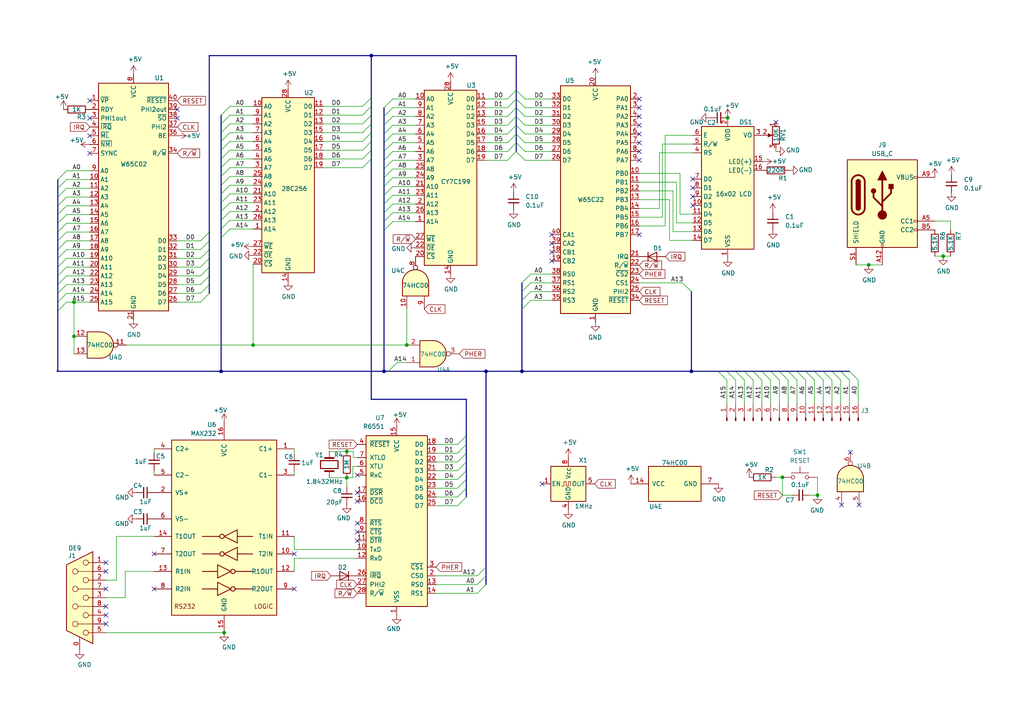
<source format=kicad_sch>
(kicad_sch (version 20230121) (generator eeschema)
  (paper "A4")
  (junction (at 117.983 100.076))
  (junction (at 21.463 87.63))
  (junction (at 200.533 107.696))
  (junction (at 273.558 74.295))
  (junction (at 100.584 138.557))
  (junction (at 251.968 76.835))
  (junction (at 151.384 107.696))
  (junction (at 237.109 143.637))
  (junction (at 73.406 100.076))
  (junction (at 21.463 97.536))
  (junction (at 111.379 107.696))
  (junction (at 226.949 138.43))
  (junction (at 100.584 130.937))
  (junction (at 140.97 107.696))
  (junction (at 211.074 34.163))
  (junction (at 64.135 107.696))
  (junction (at 107.696 16.129))
  (junction (at 65.024 183.515))
  (no_connect (at 160.02 68.072))
  (no_connect (at 51.435 31.75))
  (no_connect (at 185.42 31.242))
  (no_connect (at 26.035 44.45))
  (no_connect (at 200.914 51.943))
  (no_connect (at 200.914 57.023))
  (no_connect (at 249.174 146.431))
  (no_connect (at 103.632 151.765))
  (no_connect (at 30.734 163.195))
  (no_connect (at 44.704 170.815))
  (no_connect (at 26.035 39.37))
  (no_connect (at 160.02 75.692))
  (no_connect (at 30.734 175.895))
  (no_connect (at 157.226 140.335))
  (no_connect (at 160.02 73.152))
  (no_connect (at 160.02 70.612))
  (no_connect (at 185.42 36.322))
  (no_connect (at 244.094 146.431))
  (no_connect (at 85.344 170.815))
  (no_connect (at 30.734 170.815))
  (no_connect (at 26.035 29.21))
  (no_connect (at 200.914 59.563))
  (no_connect (at 103.632 156.845))
  (no_connect (at 30.734 178.435))
  (no_connect (at 225.044 35.433))
  (no_connect (at 103.632 142.875))
  (no_connect (at 103.632 154.305))
  (no_connect (at 30.734 180.975))
  (no_connect (at 185.42 38.862))
  (no_connect (at 185.42 46.482))
  (no_connect (at 185.42 33.782))
  (no_connect (at 51.435 34.29))
  (no_connect (at 30.734 165.735))
  (no_connect (at 103.632 145.415))
  (no_connect (at 246.634 131.191))
  (no_connect (at 26.035 34.29))
  (no_connect (at 85.344 160.655))
  (no_connect (at 44.704 160.655))
  (no_connect (at 103.632 137.795))
  (no_connect (at 185.42 43.942))
  (no_connect (at 185.42 28.702))
  (no_connect (at 185.42 68.072))
  (no_connect (at 185.42 41.402))
  (no_connect (at 200.914 54.483))
  (bus_entry (at 111.379 51.562) (size 2.54 -2.54))
  (bus_entry (at 112.649 107.696) (size 2.54 -2.54))
  (bus_entry (at 149.733 41.402) (size 2.54 2.54))
  (bus_entry (at 16.764 62.23) (size 2.54 -2.54))
  (bus_entry (at 16.764 80.01) (size 2.54 -2.54))
  (bus_entry (at 16.764 77.47) (size 2.54 -2.54))
  (bus_entry (at 140.97 164.465) (size -2.54 2.54))
  (bus_entry (at 107.696 38.481) (size -2.54 2.54))
  (bus_entry (at 107.696 33.401) (size -2.54 2.54))
  (bus_entry (at 135.255 144.145) (size -2.54 2.54))
  (bus_entry (at 111.379 36.322) (size 2.54 -2.54))
  (bus_entry (at 64.135 66.421) (size 2.54 -2.54))
  (bus_entry (at 231.14 107.696) (size 2.54 2.54))
  (bus_entry (at 16.764 59.69) (size 2.54 -2.54))
  (bus_entry (at 60.706 74.93) (size -2.54 2.54))
  (bus_entry (at 151.384 89.662) (size 2.54 -2.54))
  (bus_entry (at 64.135 63.881) (size 2.54 -2.54))
  (bus_entry (at 140.97 169.545) (size -2.54 2.54))
  (bus_entry (at 111.379 56.642) (size 2.54 -2.54))
  (bus_entry (at 111.379 46.482) (size 2.54 -2.54))
  (bus_entry (at 60.706 77.47) (size -2.54 2.54))
  (bus_entry (at 135.255 133.985) (size -2.54 2.54))
  (bus_entry (at 151.384 87.122) (size 2.54 -2.54))
  (bus_entry (at 107.696 46.101) (size -2.54 2.54))
  (bus_entry (at 107.696 30.861) (size -2.54 2.54))
  (bus_entry (at 149.733 36.322) (size -2.54 2.54))
  (bus_entry (at 16.764 72.39) (size 2.54 -2.54))
  (bus_entry (at 149.733 33.782) (size -2.54 2.54))
  (bus_entry (at 220.98 107.696) (size 2.54 2.54))
  (bus_entry (at 149.733 28.702) (size -2.54 2.54))
  (bus_entry (at 151.384 84.582) (size 2.54 -2.54))
  (bus_entry (at 64.135 58.801) (size 2.54 -2.54))
  (bus_entry (at 135.255 141.605) (size -2.54 2.54))
  (bus_entry (at 140.97 167.005) (size -2.54 2.54))
  (bus_entry (at 64.135 41.021) (size 2.54 -2.54))
  (bus_entry (at 64.135 53.721) (size 2.54 -2.54))
  (bus_entry (at 64.135 56.261) (size 2.54 -2.54))
  (bus_entry (at 149.733 43.942) (size -2.54 2.54))
  (bus_entry (at 64.135 51.181) (size 2.54 -2.54))
  (bus_entry (at 149.733 38.862) (size -2.54 2.54))
  (bus_entry (at 215.9 107.696) (size 2.54 2.54))
  (bus_entry (at 149.733 28.702) (size 2.54 2.54))
  (bus_entry (at 16.764 87.63) (size 2.54 -2.54))
  (bus_entry (at 16.764 67.31) (size 2.54 -2.54))
  (bus_entry (at 107.696 35.941) (size -2.54 2.54))
  (bus_entry (at 111.379 61.722) (size 2.54 -2.54))
  (bus_entry (at 111.379 41.402) (size 2.54 -2.54))
  (bus_entry (at 16.764 54.61) (size 2.54 -2.54))
  (bus_entry (at 149.733 41.402) (size -2.54 2.54))
  (bus_entry (at 107.696 28.321) (size -2.54 2.54))
  (bus_entry (at 16.764 82.55) (size 2.54 -2.54))
  (bus_entry (at 135.255 126.365) (size -2.54 2.54))
  (bus_entry (at 107.696 43.561) (size -2.54 2.54))
  (bus_entry (at 16.764 57.15) (size 2.54 -2.54))
  (bus_entry (at 111.379 66.802) (size 2.54 -2.54))
  (bus_entry (at 60.706 67.31) (size -2.54 2.54))
  (bus_entry (at 210.82 107.696) (size 2.54 2.54))
  (bus_entry (at 135.255 128.905) (size -2.54 2.54))
  (bus_entry (at 111.379 54.102) (size 2.54 -2.54))
  (bus_entry (at 135.255 136.525) (size -2.54 2.54))
  (bus_entry (at 111.379 64.262) (size 2.54 -2.54))
  (bus_entry (at 64.135 46.101) (size 2.54 -2.54))
  (bus_entry (at 213.36 107.696) (size 2.54 2.54))
  (bus_entry (at 149.733 26.162) (size 2.54 2.54))
  (bus_entry (at 228.6 107.696) (size 2.54 2.54))
  (bus_entry (at 238.76 107.696) (size 2.54 2.54))
  (bus_entry (at 223.52 107.696) (size 2.54 2.54))
  (bus_entry (at 149.733 33.782) (size 2.54 2.54))
  (bus_entry (at 151.384 82.042) (size 2.54 -2.54))
  (bus_entry (at 64.135 61.341) (size 2.54 -2.54))
  (bus_entry (at 64.135 33.401) (size 2.54 -2.54))
  (bus_entry (at 200.533 84.582) (size -2.54 -2.54))
  (bus_entry (at 16.764 90.17) (size 2.54 -2.54))
  (bus_entry (at 243.84 107.696) (size 2.54 2.54))
  (bus_entry (at 16.764 64.77) (size 2.54 -2.54))
  (bus_entry (at 111.379 31.242) (size 2.54 -2.54))
  (bus_entry (at 111.379 38.862) (size 2.54 -2.54))
  (bus_entry (at 149.733 43.942) (size 2.54 2.54))
  (bus_entry (at 60.706 80.01) (size -2.54 2.54))
  (bus_entry (at 246.38 107.696) (size 2.54 2.54))
  (bus_entry (at 208.28 107.696) (size 2.54 2.54))
  (bus_entry (at 233.68 107.696) (size 2.54 2.54))
  (bus_entry (at 111.379 33.782) (size 2.54 -2.54))
  (bus_entry (at 16.764 52.07) (size 2.54 -2.54))
  (bus_entry (at 111.379 59.182) (size 2.54 -2.54))
  (bus_entry (at 16.764 74.93) (size 2.54 -2.54))
  (bus_entry (at 149.733 31.242) (size -2.54 2.54))
  (bus_entry (at 111.379 49.022) (size 2.54 -2.54))
  (bus_entry (at 60.706 82.55) (size -2.54 2.54))
  (bus_entry (at 149.733 26.162) (size -2.54 2.54))
  (bus_entry (at 64.135 38.481) (size 2.54 -2.54))
  (bus_entry (at 107.696 41.021) (size -2.54 2.54))
  (bus_entry (at 236.22 107.696) (size 2.54 2.54))
  (bus_entry (at 16.764 69.85) (size 2.54 -2.54))
  (bus_entry (at 16.764 85.09) (size 2.54 -2.54))
  (bus_entry (at 149.733 36.322) (size 2.54 2.54))
  (bus_entry (at 135.255 139.065) (size -2.54 2.54))
  (bus_entry (at 60.706 85.09) (size -2.54 2.54))
  (bus_entry (at 64.135 48.641) (size 2.54 -2.54))
  (bus_entry (at 64.135 68.961) (size 2.54 -2.54))
  (bus_entry (at 60.706 69.85) (size -2.54 2.54))
  (bus_entry (at 218.44 107.696) (size 2.54 2.54))
  (bus_entry (at 135.255 131.445) (size -2.54 2.54))
  (bus_entry (at 226.06 107.696) (size 2.54 2.54))
  (bus_entry (at 60.706 72.39) (size -2.54 2.54))
  (bus_entry (at 64.135 35.941) (size 2.54 -2.54))
  (bus_entry (at 241.3 107.696) (size 2.54 2.54))
  (bus_entry (at 111.379 43.942) (size 2.54 -2.54))
  (bus_entry (at 149.733 31.242) (size 2.54 2.54))
  (bus_entry (at 149.733 38.862) (size 2.54 2.54))
  (bus_entry (at 64.135 43.561) (size 2.54 -2.54))
  (wire (pts (xy 200.914 67.183) (xy 195.199 67.183)))
  (wire (pts (xy 73.406 76.581) (xy 73.406 100.076)))
  (bus (pts (xy 111.379 51.562) (xy 111.379 49.022)))
  (wire (pts (xy 36.322 165.735) (xy 36.322 173.355)))
  (bus (pts (xy 16.764 57.15) (xy 16.764 54.61)))
  (wire (pts (xy 138.43 172.085) (xy 126.492 172.085)))
  (bus (pts (xy 111.379 61.722) (xy 111.379 59.182)))
  (wire (pts (xy 33.782 155.575) (xy 44.704 155.575)))
  (wire (pts (xy 51.435 80.01) (xy 58.166 80.01)))
  (wire (pts (xy 66.675 58.801) (xy 73.406 58.801)))
  (wire (pts (xy 113.919 59.182) (xy 120.523 59.182)))
  (wire (pts (xy 85.344 161.925) (xy 85.344 165.735)))
  (bus (pts (xy 64.135 35.941) (xy 64.135 33.401)))
  (bus (pts (xy 107.696 16.129) (xy 149.733 16.129)))
  (wire (pts (xy 218.44 110.236) (xy 218.44 116.967)))
  (wire (pts (xy 153.924 87.122) (xy 160.02 87.122)))
  (wire (pts (xy 19.304 77.47) (xy 26.035 77.47)))
  (bus (pts (xy 200.533 84.582) (xy 200.533 107.696)))
  (bus (pts (xy 111.379 64.262) (xy 111.379 61.722)))
  (wire (pts (xy 103.632 161.925) (xy 85.344 161.925)))
  (bus (pts (xy 64.135 68.961) (xy 64.135 107.696)))
  (bus (pts (xy 231.14 107.696) (xy 233.68 107.696)))
  (wire (pts (xy 132.715 136.525) (xy 126.492 136.525)))
  (bus (pts (xy 107.696 35.941) (xy 107.696 38.481)))
  (wire (pts (xy 185.42 82.042) (xy 197.993 82.042)))
  (bus (pts (xy 16.764 59.69) (xy 16.764 57.15)))
  (wire (pts (xy 147.193 31.242) (xy 140.843 31.242)))
  (bus (pts (xy 111.379 59.182) (xy 111.379 56.642)))
  (bus (pts (xy 218.44 107.696) (xy 220.98 107.696)))
  (wire (pts (xy 246.38 110.236) (xy 246.38 116.967)))
  (wire (pts (xy 223.52 110.236) (xy 223.52 116.967)))
  (bus (pts (xy 64.135 107.696) (xy 111.379 107.696)))
  (wire (pts (xy 105.156 35.941) (xy 93.726 35.941)))
  (bus (pts (xy 60.706 67.31) (xy 60.706 69.85)))
  (wire (pts (xy 102.489 132.715) (xy 102.489 130.937)))
  (wire (pts (xy 19.304 85.09) (xy 26.035 85.09)))
  (bus (pts (xy 151.384 84.582) (xy 151.384 82.042)))
  (bus (pts (xy 60.706 82.55) (xy 60.706 85.09)))
  (bus (pts (xy 200.533 107.696) (xy 208.28 107.696)))
  (wire (pts (xy 197.231 50.292) (xy 185.42 50.292)))
  (wire (pts (xy 194.183 57.912) (xy 185.42 57.912)))
  (bus (pts (xy 107.696 16.129) (xy 107.696 28.321)))
  (wire (pts (xy 95.504 130.937) (xy 100.584 130.937)))
  (wire (pts (xy 19.304 52.07) (xy 26.035 52.07)))
  (bus (pts (xy 64.135 66.421) (xy 64.135 63.881)))
  (wire (pts (xy 21.463 97.536) (xy 21.463 102.616)))
  (bus (pts (xy 111.379 38.862) (xy 111.379 36.322)))
  (wire (pts (xy 113.919 38.862) (xy 120.523 38.862)))
  (bus (pts (xy 111.379 33.782) (xy 111.379 31.242)))
  (wire (pts (xy 103.632 159.385) (xy 85.344 159.385)))
  (wire (pts (xy 153.924 82.042) (xy 160.02 82.042)))
  (bus (pts (xy 111.379 56.642) (xy 111.379 54.102)))
  (wire (pts (xy 33.782 168.275) (xy 33.782 155.575)))
  (bus (pts (xy 135.255 131.445) (xy 135.255 133.985)))
  (bus (pts (xy 16.764 77.47) (xy 16.764 74.93)))
  (bus (pts (xy 16.764 62.23) (xy 16.764 59.69)))
  (wire (pts (xy 120.523 46.482) (xy 113.919 46.482)))
  (bus (pts (xy 112.649 107.696) (xy 140.97 107.696)))
  (bus (pts (xy 60.706 16.129) (xy 60.706 67.31)))
  (wire (pts (xy 196.215 64.643) (xy 196.215 52.832)))
  (bus (pts (xy 60.706 80.01) (xy 60.706 82.55)))
  (wire (pts (xy 273.558 74.295) (xy 275.717 74.295)))
  (wire (pts (xy 192.913 65.532) (xy 185.42 65.532)))
  (wire (pts (xy 100.584 141.224) (xy 100.584 138.557)))
  (wire (pts (xy 194.183 69.723) (xy 194.183 57.912)))
  (bus (pts (xy 111.379 46.482) (xy 111.379 43.942)))
  (wire (pts (xy 192.913 39.243) (xy 192.913 65.532)))
  (bus (pts (xy 220.98 107.696) (xy 223.52 107.696)))
  (wire (pts (xy 85.344 131.572) (xy 85.344 130.175)))
  (wire (pts (xy 147.193 41.402) (xy 140.843 41.402)))
  (wire (pts (xy 66.675 66.421) (xy 73.406 66.421)))
  (wire (pts (xy 113.919 41.402) (xy 120.523 41.402)))
  (bus (pts (xy 233.68 107.696) (xy 236.22 107.696)))
  (wire (pts (xy 200.914 62.103) (xy 197.231 62.103)))
  (wire (pts (xy 66.675 43.561) (xy 73.406 43.561)))
  (bus (pts (xy 16.764 90.17) (xy 16.764 87.63)))
  (wire (pts (xy 66.675 35.941) (xy 73.406 35.941)))
  (wire (pts (xy 93.726 48.641) (xy 105.156 48.641)))
  (wire (pts (xy 237.109 143.637) (xy 234.823 143.637)))
  (wire (pts (xy 51.435 74.93) (xy 58.166 74.93)))
  (bus (pts (xy 64.135 61.341) (xy 64.135 58.801)))
  (bus (pts (xy 16.764 67.31) (xy 16.764 64.77)))
  (bus (pts (xy 151.384 89.662) (xy 151.384 107.696)))
  (bus (pts (xy 64.135 56.261) (xy 64.135 53.721)))
  (bus (pts (xy 16.637 107.442) (xy 16.764 107.442)))
  (bus (pts (xy 16.764 74.93) (xy 16.764 72.39)))
  (wire (pts (xy 19.304 64.77) (xy 26.035 64.77)))
  (wire (pts (xy 126.492 146.685) (xy 132.715 146.685)))
  (bus (pts (xy 140.97 167.005) (xy 140.97 169.545)))
  (wire (pts (xy 95.504 138.557) (xy 100.584 138.557)))
  (wire (pts (xy 138.43 169.545) (xy 126.492 169.545)))
  (wire (pts (xy 66.675 53.721) (xy 73.406 53.721)))
  (bus (pts (xy 215.9 107.696) (xy 218.44 107.696)))
  (bus (pts (xy 149.733 38.862) (xy 149.733 41.402)))
  (bus (pts (xy 64.135 48.641) (xy 64.135 46.101)))
  (wire (pts (xy 220.98 110.236) (xy 220.98 116.967)))
  (bus (pts (xy 213.36 107.696) (xy 215.9 107.696)))
  (wire (pts (xy 152.273 38.862) (xy 160.02 38.862)))
  (bus (pts (xy 223.52 107.696) (xy 226.06 107.696)))
  (bus (pts (xy 60.706 72.39) (xy 60.706 74.93)))
  (wire (pts (xy 243.84 110.236) (xy 243.84 116.967)))
  (wire (pts (xy 73.406 48.641) (xy 66.675 48.641)))
  (wire (pts (xy 19.304 49.53) (xy 26.035 49.53)))
  (wire (pts (xy 66.675 38.481) (xy 73.406 38.481)))
  (bus (pts (xy 16.764 54.61) (xy 16.764 52.07)))
  (bus (pts (xy 210.82 107.696) (xy 213.36 107.696)))
  (wire (pts (xy 238.76 110.236) (xy 238.76 116.967)))
  (wire (pts (xy 105.156 38.481) (xy 93.726 38.481)))
  (wire (pts (xy 19.304 59.69) (xy 26.035 59.69)))
  (wire (pts (xy 210.82 110.236) (xy 210.82 116.967)))
  (bus (pts (xy 64.135 63.881) (xy 64.135 61.341)))
  (wire (pts (xy 19.304 69.85) (xy 26.035 69.85)))
  (wire (pts (xy 66.675 41.021) (xy 73.406 41.021)))
  (bus (pts (xy 151.384 107.696) (xy 200.533 107.696)))
  (wire (pts (xy 66.675 61.341) (xy 73.406 61.341)))
  (bus (pts (xy 60.706 16.129) (xy 107.696 16.129)))
  (wire (pts (xy 200.914 44.323) (xy 191.262 44.323)))
  (wire (pts (xy 113.919 31.242) (xy 120.523 31.242)))
  (bus (pts (xy 64.135 38.481) (xy 64.135 35.941)))
  (bus (pts (xy 111.379 41.402) (xy 111.379 38.862)))
  (bus (pts (xy 149.733 31.242) (xy 149.733 33.782)))
  (wire (pts (xy 19.304 74.93) (xy 26.035 74.93)))
  (bus (pts (xy 107.696 33.401) (xy 107.696 35.941)))
  (wire (pts (xy 105.156 43.561) (xy 93.726 43.561)))
  (wire (pts (xy 147.193 36.322) (xy 140.843 36.322)))
  (bus (pts (xy 16.764 80.01) (xy 16.764 77.47)))
  (wire (pts (xy 85.344 159.385) (xy 85.344 155.575)))
  (wire (pts (xy 51.435 87.63) (xy 58.166 87.63)))
  (wire (pts (xy 113.919 51.562) (xy 120.523 51.562)))
  (wire (pts (xy 19.304 62.23) (xy 26.035 62.23)))
  (wire (pts (xy 113.919 33.782) (xy 120.523 33.782)))
  (wire (pts (xy 200.914 69.723) (xy 194.183 69.723)))
  (wire (pts (xy 113.919 56.642) (xy 120.523 56.642)))
  (wire (pts (xy 132.715 128.905) (xy 126.492 128.905)))
  (bus (pts (xy 238.76 107.696) (xy 241.3 107.696)))
  (wire (pts (xy 233.68 110.236) (xy 233.68 116.967)))
  (bus (pts (xy 135.255 141.605) (xy 135.255 144.145)))
  (wire (pts (xy 153.924 84.582) (xy 160.02 84.582)))
  (bus (pts (xy 111.379 49.022) (xy 111.379 46.482)))
  (bus (pts (xy 111.379 66.802) (xy 111.379 107.696)))
  (bus (pts (xy 135.255 136.525) (xy 135.255 139.065)))
  (wire (pts (xy 191.262 60.452) (xy 185.42 60.452)))
  (wire (pts (xy 44.704 165.735) (xy 36.322 165.735)))
  (wire (pts (xy 102.362 135.255) (xy 102.362 138.557)))
  (bus (pts (xy 135.255 115.824) (xy 107.696 115.824)))
  (wire (pts (xy 200.914 39.243) (xy 192.913 39.243)))
  (wire (pts (xy 132.715 139.065) (xy 126.492 139.065)))
  (wire (pts (xy 19.304 82.55) (xy 26.035 82.55)))
  (bus (pts (xy 151.384 89.662) (xy 151.384 87.122)))
  (wire (pts (xy 51.435 82.55) (xy 58.166 82.55)))
  (wire (pts (xy 248.92 110.236) (xy 248.92 116.967)))
  (wire (pts (xy 30.734 183.515) (xy 65.024 183.515)))
  (wire (pts (xy 21.463 87.63) (xy 26.035 87.63)))
  (wire (pts (xy 36.703 100.076) (xy 73.406 100.076)))
  (bus (pts (xy 149.733 36.322) (xy 149.733 38.862)))
  (wire (pts (xy 132.715 144.145) (xy 126.492 144.145)))
  (wire (pts (xy 191.262 44.323) (xy 191.262 60.452)))
  (wire (pts (xy 153.924 79.502) (xy 160.02 79.502)))
  (bus (pts (xy 140.97 164.465) (xy 140.97 167.005)))
  (bus (pts (xy 64.135 41.021) (xy 64.135 38.481)))
  (bus (pts (xy 149.733 16.129) (xy 149.733 26.162)))
  (bus (pts (xy 107.696 43.561) (xy 107.696 46.101)))
  (wire (pts (xy 113.919 28.702) (xy 120.523 28.702)))
  (wire (pts (xy 147.193 43.942) (xy 140.843 43.942)))
  (wire (pts (xy 113.919 61.722) (xy 120.523 61.722)))
  (wire (pts (xy 51.435 85.09) (xy 58.166 85.09)))
  (wire (pts (xy 275.717 66.675) (xy 275.717 64.135)))
  (bus (pts (xy 241.3 107.696) (xy 243.84 107.696)))
  (wire (pts (xy 105.156 30.861) (xy 93.726 30.861)))
  (wire (pts (xy 44.704 136.525) (xy 44.704 137.795)))
  (bus (pts (xy 60.706 74.93) (xy 60.706 77.47)))
  (wire (pts (xy 213.36 110.236) (xy 213.36 116.967)))
  (bus (pts (xy 60.706 77.47) (xy 60.706 80.01)))
  (bus (pts (xy 149.733 41.402) (xy 149.733 43.942)))
  (wire (pts (xy 115.189 105.156) (xy 117.983 105.156)))
  (wire (pts (xy 251.968 76.835) (xy 255.905 76.835)))
  (bus (pts (xy 16.637 107.696) (xy 64.135 107.696)))
  (bus (pts (xy 64.135 68.961) (xy 64.135 66.421)))
  (bus (pts (xy 135.255 128.905) (xy 135.255 131.445)))
  (wire (pts (xy 103.632 132.715) (xy 102.489 132.715)))
  (bus (pts (xy 135.255 139.065) (xy 135.255 141.605)))
  (bus (pts (xy 107.696 30.861) (xy 107.696 33.401)))
  (wire (pts (xy 113.919 54.102) (xy 120.523 54.102)))
  (wire (pts (xy 26.035 67.31) (xy 19.304 67.31)))
  (wire (pts (xy 36.322 173.355) (xy 30.734 173.355)))
  (wire (pts (xy 152.273 43.942) (xy 160.02 43.942)))
  (bus (pts (xy 135.255 126.365) (xy 135.255 128.905)))
  (wire (pts (xy 113.919 36.322) (xy 120.523 36.322)))
  (wire (pts (xy 147.193 33.782) (xy 140.843 33.782)))
  (bus (pts (xy 16.764 107.442) (xy 16.764 90.17)))
  (bus (pts (xy 16.764 72.39) (xy 16.764 69.85)))
  (bus (pts (xy 226.06 107.696) (xy 228.6 107.696)))
  (wire (pts (xy 152.273 46.482) (xy 160.02 46.482)))
  (wire (pts (xy 226.949 138.43) (xy 224.917 138.43)))
  (wire (pts (xy 231.14 116.967) (xy 231.14 110.236)))
  (bus (pts (xy 111.379 54.102) (xy 111.379 51.562)))
  (wire (pts (xy 113.919 64.262) (xy 120.523 64.262)))
  (wire (pts (xy 226.06 110.236) (xy 226.06 116.967)))
  (bus (pts (xy 151.384 87.122) (xy 151.384 84.582)))
  (wire (pts (xy 197.231 62.103) (xy 197.231 50.292)))
  (bus (pts (xy 107.696 41.021) (xy 107.696 43.561)))
  (wire (pts (xy 192.151 41.783) (xy 192.151 62.992)))
  (wire (pts (xy 102.362 138.557) (xy 100.584 138.557)))
  (wire (pts (xy 241.3 110.236) (xy 241.3 116.967)))
  (wire (pts (xy 19.304 57.15) (xy 26.035 57.15)))
  (wire (pts (xy 85.344 136.652) (xy 85.344 137.795)))
  (bus (pts (xy 64.135 58.801) (xy 64.135 56.261)))
  (wire (pts (xy 152.273 31.242) (xy 160.02 31.242)))
  (bus (pts (xy 16.764 82.55) (xy 16.764 80.01)))
  (wire (pts (xy 105.156 33.401) (xy 93.726 33.401)))
  (bus (pts (xy 149.733 33.782) (xy 149.733 36.322)))
  (wire (pts (xy 30.734 168.275) (xy 33.782 168.275)))
  (bus (pts (xy 140.97 107.696) (xy 140.97 164.465)))
  (wire (pts (xy 132.715 141.605) (xy 126.492 141.605)))
  (wire (pts (xy 248.285 76.835) (xy 251.968 76.835)))
  (wire (pts (xy 44.704 131.445) (xy 44.704 130.175)))
  (bus (pts (xy 208.28 107.696) (xy 210.82 107.696)))
  (wire (pts (xy 66.675 46.101) (xy 73.406 46.101)))
  (wire (pts (xy 51.435 72.39) (xy 58.166 72.39)))
  (bus (pts (xy 149.733 28.702) (xy 149.733 31.242)))
  (wire (pts (xy 152.273 36.322) (xy 160.02 36.322)))
  (wire (pts (xy 195.199 67.183) (xy 195.199 55.372)))
  (bus (pts (xy 16.764 64.77) (xy 16.764 62.23)))
  (bus (pts (xy 111.379 66.802) (xy 111.379 64.262)))
  (wire (pts (xy 113.919 43.942) (xy 120.523 43.942)))
  (bus (pts (xy 16.764 87.63) (xy 16.764 85.09)))
  (bus (pts (xy 64.135 53.721) (xy 64.135 51.181)))
  (bus (pts (xy 228.6 107.696) (xy 231.14 107.696)))
  (wire (pts (xy 19.304 72.39) (xy 26.035 72.39)))
  (wire (pts (xy 66.675 56.261) (xy 73.406 56.261)))
  (bus (pts (xy 64.135 43.561) (xy 64.135 41.021)))
  (bus (pts (xy 16.637 107.442) (xy 16.637 107.696)))
  (wire (pts (xy 66.675 51.181) (xy 73.406 51.181)))
  (wire (pts (xy 271.145 74.295) (xy 273.558 74.295)))
  (bus (pts (xy 107.696 115.824) (xy 107.696 46.101)))
  (bus (pts (xy 111.379 36.322) (xy 111.379 33.782)))
  (bus (pts (xy 236.22 107.696) (xy 238.76 107.696)))
  (bus (pts (xy 243.84 107.696) (xy 246.38 107.696)))
  (wire (pts (xy 192.151 62.992) (xy 185.42 62.992)))
  (wire (pts (xy 103.632 135.255) (xy 102.362 135.255)))
  (wire (pts (xy 225.044 43.942) (xy 225.044 43.053)))
  (wire (pts (xy 66.675 63.881) (xy 73.406 63.881)))
  (wire (pts (xy 196.215 52.832) (xy 185.42 52.832)))
  (wire (pts (xy 132.715 133.985) (xy 126.492 133.985)))
  (wire (pts (xy 147.193 38.862) (xy 140.843 38.862)))
  (bus (pts (xy 135.255 133.985) (xy 135.255 136.525)))
  (bus (pts (xy 60.706 69.85) (xy 60.706 72.39)))
  (wire (pts (xy 275.717 64.135) (xy 271.145 64.135)))
  (wire (pts (xy 51.435 77.47) (xy 58.166 77.47)))
  (bus (pts (xy 16.764 69.85) (xy 16.764 67.31)))
  (wire (pts (xy 200.914 64.643) (xy 196.215 64.643)))
  (wire (pts (xy 73.406 100.076) (xy 117.983 100.076)))
  (wire (pts (xy 102.489 130.937) (xy 100.584 130.937)))
  (wire (pts (xy 200.914 41.783) (xy 192.151 41.783)))
  (wire (pts (xy 226.949 138.43) (xy 226.949 143.637)))
  (wire (pts (xy 152.273 28.702) (xy 160.02 28.702)))
  (wire (pts (xy 19.304 87.63) (xy 21.463 87.63)))
  (wire (pts (xy 66.675 33.401) (xy 73.406 33.401)))
  (bus (pts (xy 64.135 51.181) (xy 64.135 48.641)))
  (bus (pts (xy 16.764 85.09) (xy 16.764 82.55)))
  (bus (pts (xy 111.379 107.696) (xy 112.649 107.696)))
  (bus (pts (xy 140.97 107.696) (xy 151.384 107.696)))
  (wire (pts (xy 19.304 54.61) (xy 26.035 54.61)))
  (wire (pts (xy 117.983 100.076) (xy 117.983 89.662)))
  (wire (pts (xy 51.435 69.85) (xy 58.166 69.85)))
  (bus (pts (xy 135.255 126.365) (xy 135.255 115.824)))
  (wire (pts (xy 105.156 46.101) (xy 93.726 46.101)))
  (wire (pts (xy 140.843 46.482) (xy 147.193 46.482)))
  (wire (pts (xy 19.304 80.01) (xy 26.035 80.01)))
  (wire (pts (xy 21.463 87.63) (xy 21.463 97.536)))
  (wire (pts (xy 66.675 30.861) (xy 73.406 30.861)))
  (bus (pts (xy 107.696 38.481) (xy 107.696 41.021)))
  (wire (pts (xy 147.193 28.702) (xy 140.843 28.702)))
  (bus (pts (xy 107.696 28.321) (xy 107.696 30.861)))
  (wire (pts (xy 105.156 41.021) (xy 93.726 41.021)))
  (bus (pts (xy 111.379 43.942) (xy 111.379 41.402)))
  (wire (pts (xy 132.715 131.445) (xy 126.492 131.445)))
  (wire (pts (xy 195.199 55.372) (xy 185.42 55.372)))
  (wire (pts (xy 152.273 41.402) (xy 160.02 41.402)))
  (bus (pts (xy 149.733 26.162) (xy 149.733 28.702)))
  (wire (pts (xy 236.22 110.236) (xy 236.22 116.967)))
  (wire (pts (xy 152.273 33.782) (xy 160.02 33.782)))
  (bus (pts (xy 64.135 46.101) (xy 64.135 43.561)))
  (wire (pts (xy 138.43 167.005) (xy 126.492 167.005)))
  (wire (pts (xy 228.6 110.236) (xy 228.6 116.967)))
  (wire (pts (xy 215.9 110.236) (xy 215.9 116.967)))
  (wire (pts (xy 229.743 143.637) (xy 226.949 143.637)))
  (wire (pts (xy 237.109 138.43) (xy 237.109 143.637)))
  (wire (pts (xy 113.919 49.022) (xy 120.523 49.022)))
  (label "A8" (at 115.443 49.022 0))
  (label "A7" (at 231.14 111.887 270))
  (label "A8" (at 20.955 69.85 0))
  (label "A0" (at 115.443 28.702 0))
  (label "D0" (at 98.806 30.861 180))
  (label "D3" (at 56.515 77.47 180))
  (label "A5" (at 236.22 111.887 270))
  (label "A7" (at 68.326 48.641 0))
  (label "A6" (at 115.443 43.942 0))
  (label "A1" (at 246.38 111.887 270))
  (label "A0" (at 137.668 169.545 180))
  (label "D2" (at 131.572 133.985 180))
  (label "A11" (at 20.955 77.47 0))
  (label "A3" (at 20.955 57.15 0))
  (label "D1" (at 56.515 72.39 180))
  (label "D7" (at 154.94 46.482 0))
  (label "A0" (at 154.94 79.502 0))
  (label "D3" (at 154.94 36.322 0))
  (label "A12" (at 68.326 61.341 0))
  (label "A2" (at 154.94 84.582 0))
  (label "A4" (at 238.76 111.887 270))
  (label "A12" (at 20.955 80.01 0))
  (label "D5" (at 145.923 41.402 180))
  (label "A1" (at 154.94 82.042 0))
  (label "D2" (at 154.94 33.782 0))
  (label "A13" (at 115.443 61.722 0))
  (label "D5" (at 154.94 41.402 0))
  (label "D0" (at 131.572 128.905 180))
  (label "D4" (at 154.94 38.862 0))
  (label "A5" (at 115.443 41.402 0))
  (label "A3" (at 154.94 87.122 0))
  (label "A15" (at 20.955 87.63 0))
  (label "A14" (at 213.36 111.887 270))
  (label "A13" (at 194.564 82.042 0))
  (label "D7" (at 98.806 48.641 180))
  (label "A15" (at 210.82 111.887 270))
  (label "D5" (at 131.572 141.605 180))
  (label "A12" (at 218.44 111.887 270))
  (label "D0" (at 145.923 28.702 180))
  (label "D3" (at 131.572 136.525 180))
  (label "A3" (at 68.326 38.481 0))
  (label "A1" (at 115.443 31.242 0))
  (label "A11" (at 68.326 58.801 0))
  (label "A0" (at 20.955 49.53 0))
  (label "D4" (at 56.515 80.01 180))
  (label "A12" (at 115.443 59.182 0))
  (label "D5" (at 56.515 82.55 180))
  (label "D5" (at 98.806 43.561 180))
  (label "D6" (at 56.515 85.09 180))
  (label "A14" (at 68.326 66.421 0))
  (label "A4" (at 20.955 59.69 0))
  (label "D7" (at 56.515 87.63 180))
  (label "D6" (at 131.572 144.145 180))
  (label "A13" (at 68.326 63.881 0))
  (label "D4" (at 98.806 41.021 180))
  (label "A8" (at 228.6 111.887 270))
  (label "D0" (at 56.515 69.85 180))
  (label "A5" (at 68.326 43.561 0))
  (label "A14" (at 117.983 105.156 180))
  (label "D1" (at 145.923 31.242 180))
  (label "A0" (at 68.326 30.861 0))
  (label "D1" (at 98.806 33.401 180))
  (label "A5" (at 20.955 62.23 0))
  (label "D2" (at 145.923 33.782 180))
  (label "D6" (at 145.923 43.942 180))
  (label "D6" (at 98.806 46.101 180))
  (label "A13" (at 215.9 111.887 270))
  (label "A10" (at 68.326 56.261 0))
  (label "A8" (at 68.326 51.181 0))
  (label "A6" (at 20.955 64.77 0))
  (label "D3" (at 145.923 36.322 180))
  (label "A10" (at 20.955 74.93 0))
  (label "A2" (at 20.955 54.61 0))
  (label "A9" (at 226.06 111.887 270))
  (label "D3" (at 98.806 38.481 180))
  (label "A7" (at 115.443 46.482 0))
  (label "A6" (at 233.68 111.887 270))
  (label "A13" (at 20.955 82.55 0))
  (label "A2" (at 243.84 111.887 270))
  (label "A14" (at 115.443 64.262 0))
  (label "A6" (at 68.326 46.101 0))
  (label "A4" (at 115.443 38.862 0))
  (label "A0" (at 248.92 111.887 270))
  (label "A7" (at 20.955 67.31 0))
  (label "A14" (at 20.955 85.09 0))
  (label "A9" (at 68.326 53.721 0))
  (label "A10" (at 223.52 111.887 270))
  (label "A1" (at 20.955 52.07 0))
  (label "D1" (at 131.572 131.445 180))
  (label "D4" (at 131.572 139.065 180))
  (label "A2" (at 68.326 35.941 0))
  (label "D7" (at 145.923 46.482 180))
  (label "A12" (at 137.922 167.005 180))
  (label "A3" (at 115.443 36.322 0))
  (label "A10" (at 115.443 54.102 0))
  (label "A2" (at 115.443 33.782 0))
  (label "A4" (at 68.326 41.021 0))
  (label "D2" (at 98.806 35.941 180))
  (label "D4" (at 145.923 38.862 180))
  (label "A9" (at 20.955 72.39 0))
  (label "A1" (at 68.326 33.401 0))
  (label "A11" (at 220.98 111.887 270))
  (label "A1" (at 137.668 172.085 180))
  (label "D6" (at 154.94 43.942 0))
  (label "A3" (at 241.3 111.887 270))
  (label "D1" (at 154.94 31.242 0))
  (label "D0" (at 154.94 28.702 0))
  (label "A9" (at 115.443 51.562 0))
  (label "A11" (at 115.443 56.642 0))
  (label "D2" (at 56.515 74.93 180))
  (label "D7" (at 131.572 146.685 180))
  (global_label "IRQ" (shape input) (at 26.035 36.83 180) (property "Intersheetrefs" "${INTERSHEET_REFS}" (effects hide)))
  (global_label "PHER" (shape input) (at 133.223 102.616 0) (property "Intersheetrefs" "${INTERSHEET_REFS}" (effects hide)))
  (global_label "PHER" (shape input) (at 126.492 164.465 0) (property "Intersheetrefs" "${INTERSHEET_REFS}" (effects hide)))
  (global_label "CLK" (shape input) (at 185.42 84.582 0) (property "Intersheetrefs" "${INTERSHEET_REFS}" (effects hide)))
  (global_label "PHER" (shape input) (at 185.42 79.502 0) (property "Intersheetrefs" "${INTERSHEET_REFS}" (effects hide)))
  (global_label "CLK" (shape input) (at 103.632 169.545 180) (property "Intersheetrefs" "${INTERSHEET_REFS}" (effects hide)))
  (global_label "IRQ" (shape input) (at 96.012 167.005 180) (property "Intersheetrefs" "${INTERSHEET_REFS}" (effects hide)))
  (global_label "CLK" (shape input) (at 172.466 140.335 0) (property "Intersheetrefs" "${INTERSHEET_REFS}" (effects hide)))
  (global_label "IRQ" (shape input) (at 193.04 74.422 0) (property "Intersheetrefs" "${INTERSHEET_REFS}" (effects hide)))
  (global_label "R{slash}~{W}" (shape input) (at 120.523 69.342 180) (property "Intersheetrefs" "${INTERSHEET_REFS}" (effects hide)))
  (global_label "R{slash}~{W}" (shape input) (at 51.435 44.45 0) (property "Intersheetrefs" "${INTERSHEET_REFS}" (effects hide)))
  (global_label "RESET" (shape input) (at 226.949 143.637 180) (property "Intersheetrefs" "${INTERSHEET_REFS}" (effects hide)))
  (global_label "CLK" (shape input) (at 51.435 36.83 0) (property "Intersheetrefs" "${INTERSHEET_REFS}" (effects hide)))
  (global_label "RESET" (shape input) (at 51.435 29.21 0) (property "Intersheetrefs" "${INTERSHEET_REFS}" (effects hide)))
  (global_label "R{slash}~{W}" (shape input) (at 103.632 172.085 180) (property "Intersheetrefs" "${INTERSHEET_REFS}" (effects hide)))
  (global_label "CLK" (shape input) (at 123.063 89.662 0) (property "Intersheetrefs" "${INTERSHEET_REFS}" (effects hide)))
  (global_label "RESET" (shape input) (at 185.42 87.122 0) (property "Intersheetrefs" "${INTERSHEET_REFS}" (effects hide)))
  (global_label "R{slash}~{W}" (shape input) (at 185.42 76.962 0) (property "Intersheetrefs" "${INTERSHEET_REFS}" (effects hide)))
  (global_label "RESET" (shape input) (at 103.632 128.905 180) (property "Intersheetrefs" "${INTERSHEET_REFS}" (effects hide)))
  (symbol (lib_id "power:+5V") (at 172.72 22.352 0) (mirror y) (unit 1)
    (property "Reference" "#PWR011" (effects hide))
    (property "Value" "+5V" (at 172.339 17.9578 0))
  )
  (symbol (lib_id "power:+5V") (at 164.846 132.715 0) (unit 1)
    (property "Reference" "#PWR018" (effects hide))
    (property "Value" "+5V" (at 165.227 128.3208 0))
  )
  (symbol (lib_id "Device:D") (at 99.822 167.005 0) (mirror y) (unit 1)
    (property "Reference" "D2" (at 99.314 164.592 0))
    (property "Value" "D" (effects hide))
    (property "Footprint" "Diode_SMD:D_MELF" (effects hide))
    (property "Sim.Device" "D" (effects hide))
    (property "Sim.Pins" "1=K 2=A" (effects hide))
  )
  (symbol (lib_id "Memory_EEPROM:28C256") (at 83.566 53.721 0) (unit 1)
    (property "Reference" "U2" (at 90.932 26.924 0) (effects (justify right)))
    (property "Value" "28C256" (at 89.154 54.737 0) (effects (justify right)))
    (property "Footprint" "Package_DIP:DIP-28_W15.24mm_Socket" (effects hide))
    (property "Datasheet" "http://ww1.microchip.com/downloads/en/DeviceDoc/doc0006.pdf" (effects hide))
  )
  (symbol (lib_id "74xx:74HC00") (at 120.523 82.042 270) (mirror x) (unit 3)
    (property "Reference" "U4" (at 117.475 78.486 90) (effects (justify right)))
    (property "Value" "74HC00" (at 124.333 82.804 90) (effects (justify right)))
    (property "Footprint" "Package_DIP:DIP-14_W7.62mm_LongPads" (effects hide))
    (property "Datasheet" "http://www.ti.com/lit/gpn/sn74hc00" (effects hide))
  )
  (symbol (lib_id "power:+5V") (at 211.074 34.163 0) (unit 1)
    (property "Reference" "#PWR016" (effects hide))
    (property "Value" "+5V" (at 212.217 30.607 0))
  )
  (symbol (lib_id "power:+5V") (at 224.155 61.595 0) (unit 1)
    (property "Reference" "#PWR021" (effects hide))
    (property "Value" "+5V" (at 224.536 57.2008 0))
  )
  (symbol (lib_id "power:GND") (at 172.72 93.472 0) (mirror y) (unit 1)
    (property "Reference" "#PWR012" (effects hide))
    (property "Value" "GND" (at 172.593 97.8662 0))
  )
  (symbol (lib_id "power:+5V") (at 73.406 71.501 90) (unit 1)
    (property "Reference" "#PWR035" (effects hide))
    (property "Value" "+5V" (at 68.707 70.993 90))
  )
  (symbol (lib_id "Device:C_Small") (at 42.164 142.875 270) (mirror x) (unit 1)
    (property "Reference" "C4" (at 38.608 140.843 90) (effects (justify left)))
    (property "Value" "1uF" (at 40.386 145.542 90) (effects (justify left)))
    (property "Footprint" "Capacitor_SMD:C_0603_1608Metric_Pad1.08x0.95mm_HandSolder" (effects hide))
  )
  (symbol (lib_id "power:+5V") (at 38.735 21.59 0) (unit 1)
    (property "Reference" "#PWR03" (effects hide))
    (property "Value" "+5V" (at 39.116 17.1958 0))
  )
  (symbol (lib_id "Device:C_Small") (at 100.584 143.764 0) (mirror y) (unit 1)
    (property "Reference" "C8" (at 99.187 142.367 0) (effects (justify left)))
    (property "Value" "20pF" (at 99.441 145.669 0) (effects (justify left)))
    (property "Footprint" "Capacitor_SMD:C_0603_1608Metric_Pad1.08x0.95mm_HandSolder" (effects hide))
  )
  (symbol (lib_id "power:GND") (at 115.062 178.435 0) (mirror y) (unit 1)
    (property "Reference" "#PWR033" (effects hide))
    (property "Value" "GND" (at 114.173 182.372 0))
  )
  (symbol (lib_id "Device:C_Small") (at 42.164 150.495 270) (mirror x) (unit 1)
    (property "Reference" "C3" (at 38.608 148.463 90) (effects (justify left)))
    (property "Value" "1uF" (at 40.386 153.162 90) (effects (justify left)))
    (property "Footprint" "Capacitor_SMD:C_0603_1608Metric_Pad1.08x0.95mm_HandSolder" (effects hide))
  )
  (symbol (lib_id "power:+5V") (at 271.145 51.435 0) (unit 1)
    (property "Reference" "#PWR039" (effects hide))
    (property "Value" "+5V" (at 271.145 47.498 0))
  )
  (symbol (lib_id "Device:R") (at 221.107 138.43 90) (mirror x) (unit 1)
    (property "Reference" "R2" (at 223.139 136.271 90))
    (property "Value" "1K" (at 221.107 138.43 90))
    (property "Footprint" "Resistor_SMD:R_0603_1608Metric_Pad0.98x0.95mm_HandSolder" (effects hide))
  )
  (symbol (lib_id "power:GND") (at 130.683 79.502 0) (unit 1)
    (property "Reference" "#PWR010" (effects hide))
    (property "Value" "GND" (at 130.81 83.8962 0))
  )
  (symbol (lib_id "power:GND") (at 237.109 143.637 0) (mirror y) (unit 1)
    (property "Reference" "#PWR030" (effects hide))
    (property "Value" "GND" (at 236.982 148.0312 0))
  )
  (symbol (lib_id "power:GND") (at 120.523 71.882 270) (unit 1)
    (property "Reference" "#PWR08" (effects hide))
    (property "Value" "GND" (at 115.57 72.136 90))
  )
  (symbol (lib_id "power:+5V") (at 275.971 50.8 0) (unit 1)
    (property "Reference" "#PWR040" (effects hide))
    (property "Value" "+5V" (at 276.352 46.4058 0))
  )
  (symbol (lib_id "power:GND") (at 225.044 43.942 90) (unit 1)
    (property "Reference" "#PWR014" (effects hide))
    (property "Value" "GND" (at 229.997 43.561 90))
  )
  (symbol (lib_id "power:GND") (at 208.407 140.335 0) (unit 1)
    (property "Reference" "#PWR06" (effects hide))
    (property "Value" "GND" (at 208.534 144.7292 0))
  )
  (symbol (lib_id "Memory_EEPROM:28C256") (at 130.683 51.562 0) (unit 1)
    (property "Reference" "U3" (at 138.049 24.765 0) (effects (justify right)))
    (property "Value" "CY7C199" (at 136.525 52.705 0) (effects (justify right)))
    (property "Footprint" "Package_DIP:DIP-28_W7.62mm_LongPads" (effects hide))
    (property "Datasheet" "http://ww1.microchip.com/downloads/en/DeviceDoc/doc0006.pdf" (effects hide))
  )
  (symbol (lib_id "Switch:SW_Push") (at 232.029 138.43 0) (mirror y) (unit 1)
    (property "Reference" "SW1" (at 232.029 131.064 0))
    (property "Value" "RESET" (at 232.029 133.604 0))
    (property "Footprint" "Button_Switch_THT:SW_PUSH_6mm" (effects hide))
  )
  (symbol (lib_id "74xx:74HC00") (at 29.083 100.076 0) (unit 4)
    (property "Reference" "U4" (at 33.528 103.632 0))
    (property "Value" "74HC00" (at 28.956 100.076 0))
    (property "Footprint" "Package_DIP:DIP-14_W7.62mm_LongPads" (effects hide))
    (property "Datasheet" "http://www.ti.com/lit/gpn/sn74hc00" (effects hide))
  )
  (symbol (lib_id "Connector:USB_C_Receptacle_PowerOnly_6P") (at 255.905 59.055 0) (unit 1)
    (property "Reference" "J9" (at 255.905 42.037 0))
    (property "Value" "USB_C" (at 255.905 44.577 0))
    (property "Datasheet" "https://www.usb.org/sites/default/files/documents/usb_type-c.zip" (effects hide))
  )
  (symbol (lib_id "power:+5V") (at 18.415 31.75 0) (unit 1)
    (property "Reference" "#PWR032" (effects hide))
    (property "Value" "+5V" (at 17.907 28.067 0))
  )
  (symbol (lib_id "Device:C_Small") (at 44.704 133.985 0) (mirror x) (unit 1)
    (property "Reference" "C5" (at 45.212 132.334 0) (effects (justify left)))
    (property "Value" "1uF" (at 38.989 133.858 0) (effects (justify left)))
    (property "Footprint" "Capacitor_SMD:C_0603_1608Metric_Pad1.08x0.95mm_HandSolder" (effects hide))
  )
  (symbol (lib_name "8080_1") (lib_id "MCU_Intel:8080") (at 172.72 47.752 0) (mirror y) (unit 1)
    (property "Reference" "U5" (at 166.624 23.368 0) (effects (justify left)))
    (property "Value" "W65C22" (at 175.26 57.912 0) (effects (justify left)))
    (property "Footprint" "Package_DIP:DIP-40_W15.24mm" (effects hide))
  )
  (symbol (lib_id "power:+5V") (at 130.683 23.622 0) (unit 1)
    (property "Reference" "#PWR09" (effects hide))
    (property "Value" "+5V" (at 131.064 19.2278 0))
  )
  (symbol (lib_id "Device:C_Small") (at 148.971 58.293 0) (unit 1)
    (property "Reference" "C10" (at 152.4 57.0293 0) (effects (justify left)))
    (property "Value" "0.1uF" (at 152.4 59.5693 0) (effects (justify left)))
    (property "Footprint" "Capacitor_SMD:C_0603_1608Metric_Pad1.08x0.95mm_HandSolder" (effects hide))
  )
  (symbol (lib_id "power:GND") (at 224.155 66.675 0) (unit 1)
    (property "Reference" "#PWR022" (effects hide))
    (property "Value" "GND" (at 224.282 71.0692 0))
  )
  (symbol (lib_id "74xx:74HC00") (at 195.707 140.335 90) (unit 5)
    (property "Reference" "U4" (at 192.151 146.939 90) (effects (justify left)))
    (property "Value" "74HC00" (at 199.517 134.239 90) (effects (justify left)))
    (property "Footprint" "Package_DIP:DIP-14_W7.62mm_LongPads" (effects hide))
    (property "Datasheet" "http://www.ti.com/lit/gpn/sn74hc00" (effects hide))
  )
  (symbol (lib_id "Device:D") (at 189.23 74.422 0) (unit 1)
    (property "Reference" "D1" (at 190.754 72.009 0))
    (property "Value" "D" (effects hide))
    (property "Footprint" "Diode_SMD:D_MELF" (effects hide))
    (property "Sim.Device" "D" (effects hide))
    (property "Sim.Pins" "1=K 2=A" (effects hide))
  )
  (symbol (lib_id "power:GND") (at 83.566 81.661 0) (unit 1)
    (property "Reference" "#PWR01" (effects hide))
    (property "Value" "GND" (at 83.693 86.0552 0))
  )
  (symbol (lib_id "Device:Crystal") (at 95.504 134.747 270) (mirror x) (unit 1)
    (property "Reference" "Y1" (at 93.853 131.953 90) (effects (justify right)))
    (property "Value" "1.8432MHz" (at 99.441 139.7 90) (effects (justify right)))
    (property "Footprint" "Crystal:Crystal_HC50_Horizontal_1EP_style1" (effects hide))
  )
  (symbol (lib_id "power:+5V") (at 148.971 55.753 0) (unit 1)
    (property "Reference" "#PWR042" (effects hide))
    (property "Value" "+5V" (at 149.352 51.3588 0))
  )
  (symbol (lib_id "power:GND") (at 275.971 55.88 0) (unit 1)
    (property "Reference" "#PWR041" (effects hide))
    (property "Value" "GND" (at 276.098 60.2742 0))
  )
  (symbol (lib_id "Device:C_Small") (at 275.971 53.34 0) (unit 1)
    (property "Reference" "C9" (at 279.527 52.0763 0) (effects (justify left)))
    (property "Value" "0.1uF" (at 279.527 54.6163 0) (effects (justify left)))
    (property "Footprint" "Capacitor_SMD:C_0603_1608Metric_Pad1.08x0.95mm_HandSolder" (effects hide))
  )
  (symbol (lib_id "Connector:Conn_01x16_Pin") (at 228.6 122.047 90) (unit 1)
    (property "Reference" "J3" (at 250.825 119.126 90))
    (property "Value" "Conn_01x16_Pin" (effects hide))
    (property "Footprint" "Connector_PinHeader_2.54mm:PinHeader_1x16_P2.54mm_Vertical" (effects hide))
  )
  (symbol (lib_id "power:+5V") (at 26.035 41.91 90) (unit 1)
    (property "Reference" "#PWR031" (effects hide))
    (property "Value" "+5V" (at 22.225 40.64 90))
  )
  (symbol (lib_id "Device:C_Small") (at 232.283 143.637 270) (mirror x) (unit 1)
    (property "Reference" "C7" (at 227.711 145.034 90) (effects (justify left)))
    (property "Value" "0.1uF" (at 229.362 140.589 90) (effects (justify left)))
    (property "Footprint" "Capacitor_SMD:C_0603_1608Metric_Pad1.08x0.95mm_HandSolder" (effects hide))
  )
  (symbol (lib_id "74xx:74HC00") (at 246.634 138.811 90) (unit 2)
    (property "Reference" "U4" (at 248.666 135.128 90) (effects (justify right)))
    (property "Value" "74HC00" (at 242.824 139.573 90) (effects (justify right)))
    (property "Footprint" "Package_DIP:DIP-14_W7.62mm_LongPads" (effects hide))
    (property "Datasheet" "http://www.ti.com/lit/gpn/sn74hc00" (effects hide))
  )
  (symbol (lib_id "power:+5V") (at 183.007 140.335 0) (unit 1)
    (property "Reference" "#PWR07" (effects hide))
    (property "Value" "+5V" (at 183.388 135.9408 0))
  )
  (symbol (lib_id "Oscillator:CXO_DIP8") (at 164.846 140.335 0) (unit 1)
    (property "Reference" "X1" (at 169.164 133.477 0))
    (property "Value" "1MHz" (at 169.291 146.812 0))
    (property "Footprint" "Oscillator:Oscillator_DIP-8" (effects hide))
    (property "Datasheet" "http://cdn-reichelt.de/documents/datenblatt/B400/OSZI.pdf" (effects hide))
  )
  (symbol (lib_id "power:GND") (at 39.624 142.875 270) (mirror x) (unit 1)
    (property "Reference" "#PWR024" (effects hide))
    (property "Value" "GND" (at 35.433 144.272 90))
  )
  (symbol (lib_id "power:+5V") (at 115.062 123.825 0) (mirror y) (unit 1)
    (property "Reference" "#PWR034" (effects hide))
    (property "Value" "+5V" (at 115.951 120.269 0))
  )
  (symbol (lib_id "power:GND") (at 273.558 74.295 0) (unit 1)
    (property "Reference" "#PWR038" (effects hide))
    (property "Value" "GND" (at 273.685 78.6892 0))
  )
  (symbol (lib_id "power:+5V") (at 83.566 25.781 0) (unit 1)
    (property "Reference" "#PWR02" (effects hide))
    (property "Value" "+5V" (at 83.947 21.3868 0))
  )
  (symbol (lib_id "power:GND") (at 205.994 34.163 270) (unit 1)
    (property "Reference" "#PWR023" (effects hide))
    (property "Value" "GND" (at 202.057 35.433 90))
  )
  (symbol (lib_id "power:GND") (at 164.846 147.955 0) (unit 1)
    (property "Reference" "#PWR019" (effects hide))
    (property "Value" "GND" (at 164.973 152.3492 0))
  )
  (symbol (lib_id "Device:R") (at 22.225 31.75 90) (unit 1)
    (property "Reference" "R3" (at 23.622 33.909 90))
    (property "Value" "1K" (at 22.225 31.75 90))
    (property "Footprint" "Resistor_SMD:R_0603_1608Metric_Pad0.98x0.95mm_HandSolder" (effects hide))
  )
  (symbol (lib_id "power:GND") (at 38.735 92.71 0) (unit 1)
    (property "Reference" "#PWR04" (effects hide))
    (property "Value" "GND" (at 38.862 97.1042 0))
  )
  (symbol (lib_id "power:GND") (at 100.584 146.304 0) (mirror y) (unit 1)
    (property "Reference" "#PWR036" (effects hide))
    (property "Value" "GND" (at 99.695 150.241 0))
  )
  (symbol (lib_id "Connector:DE9_Receptacle_MountingHoles") (at 23.114 173.355 0) (mirror y) (unit 1)
    (property "Reference" "J1" (at 22.098 161.163 0) (effects (justify left)))
    (property "Value" "DE9" (at 23.622 159.004 0) (effects (justify left)))
    (property "Footprint" "Connector_Dsub:DSUB-9_Female_Horizontal_P2.77x2.84mm_EdgePinOffset7.70mm_Housed_MountingHolesOffset9.12mm" (effects hide))
    (property "Datasheet" " ~" (effects hide))
  )
  (symbol (lib_id "MCU_Intel:8080") (at 38.735 46.99 0) (unit 1)
    (property "Reference" "U1" (at 44.831 22.606 0) (effects (justify left)))
    (property "Value" "W65C02" (at 34.925 47.625 0) (effects (justify left)))
    (property "Footprint" "Package_DIP:DIP-40_W15.24mm" (effects hide))
  )
  (symbol (lib_id "Device:C_Small") (at 85.344 134.112 0) (mirror x) (unit 1)
    (property "Reference" "C6" (at 82.423 132.461 0) (effects (justify left)))
    (property "Value" "1uF" (at 87.376 134.239 0) (effects (justify left)))
    (property "Footprint" "Capacitor_SMD:C_0603_1608Metric_Pad1.08x0.95mm_HandSolder" (effects hide))
  )
  (symbol (lib_id "Device:R") (at 100.584 134.747 0) (mirror x) (unit 1)
    (property "Reference" "R4" (at 98.171 131.953 0))
    (property "Value" "1M" (at 100.584 134.747 90))
    (property "Footprint" "Resistor_SMD:R_0603_1608Metric_Pad0.98x0.95mm_HandSolder" (effects hide))
  )
  (symbol (lib_id "power:+5V") (at 65.024 122.555 0) (mirror y) (unit 1)
    (property "Reference" "#PWR028" (effects hide))
    (property "Value" "+5V" (at 63.881 118.999 0))
  )
  (symbol (lib_id "Interface_UART:MC6850") (at 115.062 156.845 0) (mirror y) (unit 1)
    (property "Reference" "U7" (at 111.5979 121.158 0) (effects (justify left)))
    (property "Value" "R6551" (at 111.5979 123.698 0) (effects (justify left)))
    (property "Footprint" "Package_DIP:DIP-28_W15.24mm" (effects hide))
  )
  (symbol (lib_id "Device:C_Small") (at 208.534 34.163 90) (unit 1)
    (property "Reference" "C2" (at 206.375 35.56 90))
    (property "Value" "0.1uF" (at 206.756 31.623 90))
    (property "Footprint" "Capacitor_SMD:C_0603_1608Metric_Pad1.08x0.95mm_HandSolder" (effects hide))
  )
  (symbol (lib_id "Device:R") (at 271.145 70.485 180) (unit 1)
    (property "Reference" "R6" (at 273.431 68.453 90))
    (property "Value" "5.1K" (at 271.145 70.485 90))
    (property "Footprint" "Resistor_SMD:R_0603_1608Metric_Pad0.98x0.95mm_HandSolder" (effects hide))
  )
  (symbol (lib_id "power:GND") (at 65.024 183.515 0) (mirror y) (unit 1)
    (property "Reference" "#PWR026" (effects hide))
    (property "Value" "GND" (at 66.421 187.706 0))
  )
  (symbol (lib_id "Device:R_Potentiometer") (at 225.044 39.243 0) (mirror y) (unit 1)
    (property "Reference" "RV1" (at 227.076 37.211 90) (effects (justify right)))
    (property "Value" "10K" (at 225.044 37.211 90) (effects (justify right)))
    (property "Footprint" "Potentiometer_THT:Potentiometer_Runtron_RM-065_Vertical" (effects hide))
  )
  (symbol (lib_id "Display_Character:WC1602A") (at 211.074 54.483 0) (unit 1)
    (property "Reference" "DS1" (at 214.376 35.433 0) (effects (justify left)))
    (property "Value" "16x02 LCD" (at 207.518 56.261 0) (effects (justify left)))
    (property "Footprint" "Connector_PinHeader_2.54mm:PinHeader_1x16_P2.54mm_Vertical" (effects hide))
    (property "Datasheet" "http://www.wincomlcd.com/pdf/WC1602A-SFYLYHTC06.pdf" (effects hide))
  )
  (symbol (lib_id "Device:R") (at 275.717 70.485 180) (unit 1)
    (property "Reference" "R7" (at 278.003 68.453 90))
    (property "Value" "5.1K" (at 275.717 70.485 90))
    (property "Footprint" "Resistor_SMD:R_0603_1608Metric_Pad0.98x0.95mm_HandSolder" (effects hide))
  )
  (symbol (lib_id "power:GND") (at 148.971 60.833 0) (unit 1)
    (property "Reference" "#PWR043" (effects hide))
    (property "Value" "GND" (at 149.098 65.2272 0))
  )
  (symbol (lib_id "power:GND") (at 251.968 76.835 0) (unit 1)
    (property "Reference" "#PWR037" (effects hide))
    (property "Value" "GND" (at 252.095 81.2292 0))
  )
  (symbol (lib_id "power:GND") (at 211.074 74.803 0) (unit 1)
    (property "Reference" "#PWR013" (effects hide))
    (property "Value" "GND" (at 211.201 79.1972 0))
  )
  (symbol (lib_id "Device:C_Small") (at 224.155 64.135 0) (unit 1)
    (property "Reference" "C1" (at 227.711 62.8713 0) (effects (justify left)))
    (property "Value" "0.1uF" (at 227.711 65.4113 0) (effects (justify left)))
    (property "Footprint" "Capacitor_SMD:C_0603_1608Metric_Pad1.08x0.95mm_HandSolder" (effects hide))
  )
  (symbol (lib_id "power:GND") (at 23.114 188.595 0) (mirror y) (unit 1)
    (property "Reference" "#PWR027" (effects hide))
    (property "Value" "GND" (at 24.511 192.786 0))
  )
  (symbol (lib_id "power:+5V") (at 217.297 138.43 0) (mirror y) (unit 1)
    (property "Reference" "#PWR029" (effects hide))
    (property "Value" "+5V" (at 217.805 134.747 0))
  )
  (symbol (lib_id "power:+5V") (at 221.234 46.863 270) (unit 1)
    (property "Reference" "#PWR017" (effects hide))
    (property "Value" "+5V" (at 225.933 46.736 90))
  )
  (symbol (lib_id "Device:R") (at 225.044 49.403 90) (unit 1)
    (property "Reference" "R1" (at 227.076 51.689 90))
    (property "Value" "220R" (at 225.044 49.403 90))
    (property "Footprint" "Resistor_SMD:R_0603_1608Metric_Pad0.98x0.95mm_HandSolder" (effects hide))
  )
  (symbol (lib_id "Interface_UART:MAX232") (at 65.024 153.035 0) (mirror y) (unit 1)
    (property "Reference" "U6" (at 62.8299 123.19 0) (effects (justify left)))
    (property "Value" "MAX232" (at 62.8299 125.73 0) (effects (justify left)))
    (property "Footprint" "Package_DIP:DIP-16_W7.62mm_LongPads" (effects hide))
    (property "Datasheet" "http://www.ti.com/lit/ds/symlink/max232.pdf" (effects hide))
  )
  (symbol (lib_id "power:GND") (at 39.624 150.495 270) (mirror x) (unit 1)
    (property "Reference" "#PWR025" (effects hide))
    (property "Value" "GND" (at 35.433 151.892 90))
  )
  (symbol (lib_id "74xx:74HC00") (at 125.603 102.616 0) (mirror x) (unit 1)
    (property "Reference" "U4" (at 130.556 107.188 0) (effects (justify right)))
    (property "Value" "74HC00" (at 129.413 102.743 0) (effects (justify right)))
    (property "Footprint" "Package_DIP:DIP-14_W7.62mm_LongPads" (effects hide))
    (property "Datasheet" "http://www.ti.com/lit/gpn/sn74hc00" (effects hide))
  )
  (symbol (lib_id "power:GND") (at 73.406 74.041 270) (unit 1)
    (property "Reference" "#PWR05" (effects hide))
    (property "Value" "GND" (at 68.453 74.295 90))
  )
  (symbol (lib_id "power:+5V") (at 51.435 39.37 270) (unit 1)
    (property "Reference" "#PWR020" (effects hide))
    (property "Value" "+5V" (at 56.007 39.37 90))
  )
  (symbol (lib_id "power:GND") (at 228.854 49.403 90) (unit 1)
    (property "Reference" "#PWR015" (effects hide))
    (property "Value" "GND" (at 233.68 49.276 90))
  )
)
</source>
